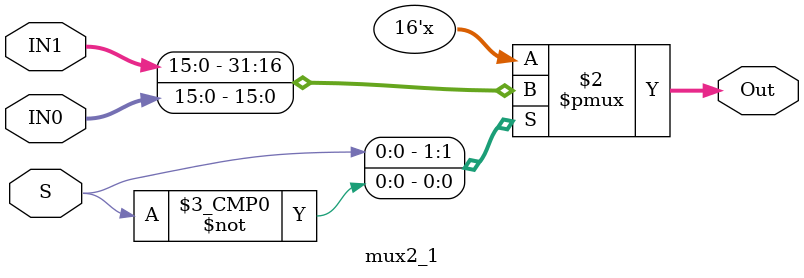
<source format=sv>
`timescale 1ns / 1ps


module mux2_1
       #(parameter width = 16)
        (input  logic [width-1:0] IN0, IN1,
         input  logic S,
         output logic [width-1:0] Out);
         
    always_comb
    begin 
        case(S)
            1'b1 : Out = IN1;
            1'b0 : Out = IN0;
        endcase
    end      
         
endmodule

</source>
